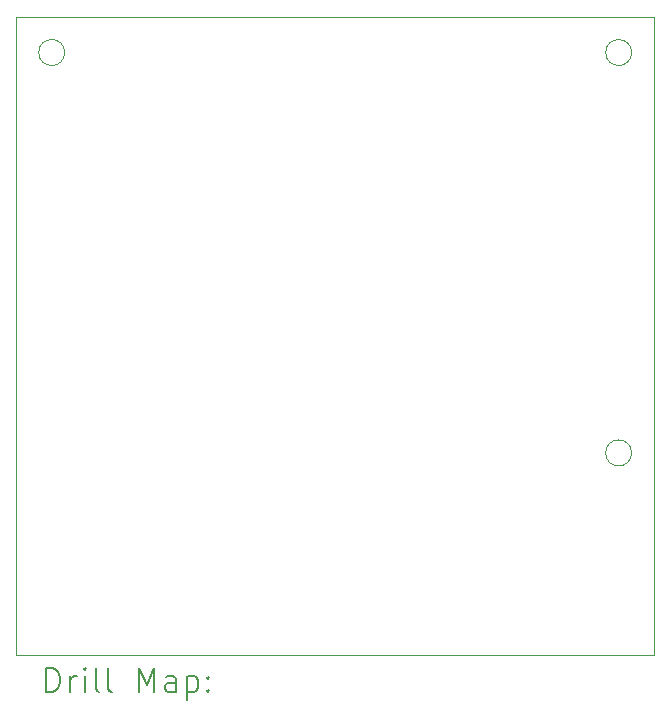
<source format=gbr>
%FSLAX45Y45*%
G04 Gerber Fmt 4.5, Leading zero omitted, Abs format (unit mm)*
G04 Created by KiCad (PCBNEW (6.0.0)) date 2022-01-19 17:05:03*
%MOMM*%
%LPD*%
G01*
G04 APERTURE LIST*
%TA.AperFunction,Profile*%
%ADD10C,0.050000*%
%TD*%
%ADD11C,0.200000*%
G04 APERTURE END LIST*
D10*
X18610000Y-13190000D02*
G75*
G03*
X18610000Y-13190000I-110000J0D01*
G01*
X13810000Y-9800000D02*
G75*
G03*
X13810000Y-9800000I-110000J0D01*
G01*
X18610000Y-9800000D02*
G75*
G03*
X18610000Y-9800000I-110000J0D01*
G01*
X18800000Y-9500000D02*
X18800000Y-14900000D01*
X13400000Y-9500000D02*
X18800000Y-9500000D01*
X13400000Y-14900000D02*
X13400000Y-9500000D01*
X18800000Y-14900000D02*
X13400000Y-14900000D01*
D11*
X13655119Y-15212976D02*
X13655119Y-15012976D01*
X13702738Y-15012976D01*
X13731309Y-15022500D01*
X13750357Y-15041548D01*
X13759881Y-15060595D01*
X13769405Y-15098690D01*
X13769405Y-15127262D01*
X13759881Y-15165357D01*
X13750357Y-15184405D01*
X13731309Y-15203452D01*
X13702738Y-15212976D01*
X13655119Y-15212976D01*
X13855119Y-15212976D02*
X13855119Y-15079643D01*
X13855119Y-15117738D02*
X13864643Y-15098690D01*
X13874167Y-15089167D01*
X13893214Y-15079643D01*
X13912262Y-15079643D01*
X13978928Y-15212976D02*
X13978928Y-15079643D01*
X13978928Y-15012976D02*
X13969405Y-15022500D01*
X13978928Y-15032024D01*
X13988452Y-15022500D01*
X13978928Y-15012976D01*
X13978928Y-15032024D01*
X14102738Y-15212976D02*
X14083690Y-15203452D01*
X14074167Y-15184405D01*
X14074167Y-15012976D01*
X14207500Y-15212976D02*
X14188452Y-15203452D01*
X14178928Y-15184405D01*
X14178928Y-15012976D01*
X14436071Y-15212976D02*
X14436071Y-15012976D01*
X14502738Y-15155833D01*
X14569405Y-15012976D01*
X14569405Y-15212976D01*
X14750357Y-15212976D02*
X14750357Y-15108214D01*
X14740833Y-15089167D01*
X14721786Y-15079643D01*
X14683690Y-15079643D01*
X14664643Y-15089167D01*
X14750357Y-15203452D02*
X14731309Y-15212976D01*
X14683690Y-15212976D01*
X14664643Y-15203452D01*
X14655119Y-15184405D01*
X14655119Y-15165357D01*
X14664643Y-15146309D01*
X14683690Y-15136786D01*
X14731309Y-15136786D01*
X14750357Y-15127262D01*
X14845595Y-15079643D02*
X14845595Y-15279643D01*
X14845595Y-15089167D02*
X14864643Y-15079643D01*
X14902738Y-15079643D01*
X14921786Y-15089167D01*
X14931309Y-15098690D01*
X14940833Y-15117738D01*
X14940833Y-15174881D01*
X14931309Y-15193928D01*
X14921786Y-15203452D01*
X14902738Y-15212976D01*
X14864643Y-15212976D01*
X14845595Y-15203452D01*
X15026548Y-15193928D02*
X15036071Y-15203452D01*
X15026548Y-15212976D01*
X15017024Y-15203452D01*
X15026548Y-15193928D01*
X15026548Y-15212976D01*
X15026548Y-15089167D02*
X15036071Y-15098690D01*
X15026548Y-15108214D01*
X15017024Y-15098690D01*
X15026548Y-15089167D01*
X15026548Y-15108214D01*
M02*

</source>
